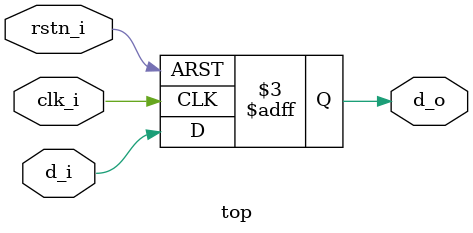
<source format=sv>
module top (

  input        clk_i,
  input        rstn_i,

  input        d_i,
  output logic d_o
);

  always_ff @(posedge clk_i or negedge rstn_i) begin : proc_d_o
    if(~rstn_i) begin
      d_o <= 0;
    end 
    else begin
      d_o <= d_i;
    end
  end

endmodule // top
</source>
